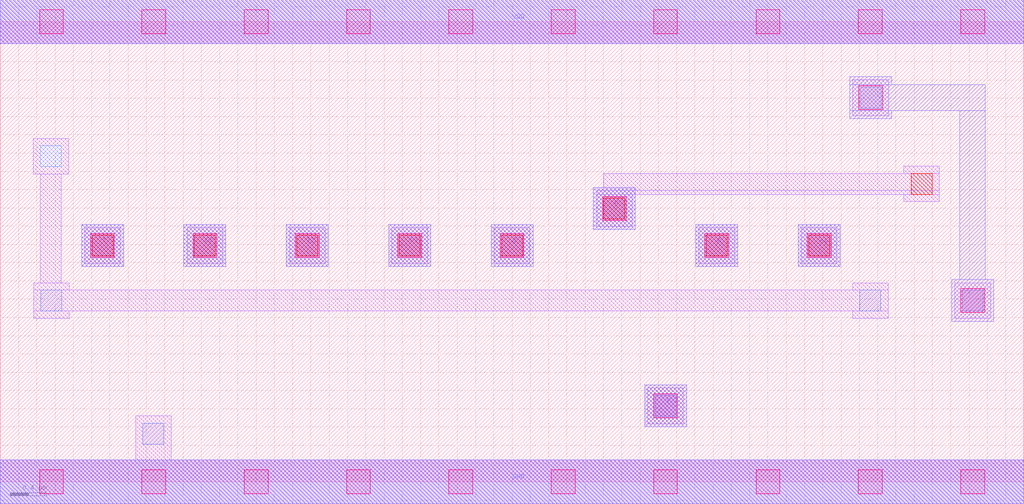
<source format=lef>
MACRO AOAAOI2114
 CLASS CORE ;
 FOREIGN AOAAOI2114 0 0 ;
 SIZE 11.200000000000001 BY 5.04 ;
 ORIGIN 0 0 ;
 SYMMETRY X Y R90 ;
 SITE unit ;
  PIN VDD
   DIRECTION INOUT ;
   USE POWER ;
   SHAPE ABUTMENT ;
    PORT
     CLASS CORE ;
       LAYER met1 ;
        RECT 0.00000000 4.80000000 11.20000000 5.28000000 ;
       LAYER met2 ;
        RECT 0.00000000 4.80000000 11.20000000 5.28000000 ;
    END
  END VDD

  PIN GND
   DIRECTION INOUT ;
   USE POWER ;
   SHAPE ABUTMENT ;
    PORT
     CLASS CORE ;
       LAYER met1 ;
        RECT 0.00000000 -0.24000000 11.20000000 0.24000000 ;
       LAYER met2 ;
        RECT 0.00000000 -0.24000000 11.20000000 0.24000000 ;
    END
  END GND

  PIN Y
   DIRECTION INOUT ;
   USE SIGNAL ;
   SHAPE ABUTMENT ;
    PORT
     CLASS CORE ;
       LAYER met2 ;
        RECT 7.05000000 0.60200000 7.51000000 1.06200000 ;
    END
  END Y

  PIN C
   DIRECTION INOUT ;
   USE SIGNAL ;
   SHAPE ABUTMENT ;
    PORT
     CLASS CORE ;
       LAYER met2 ;
        RECT 0.89000000 2.35700000 1.35000000 2.81700000 ;
    END
  END C

  PIN A1
   DIRECTION INOUT ;
   USE SIGNAL ;
   SHAPE ABUTMENT ;
    PORT
     CLASS CORE ;
       LAYER met2 ;
        RECT 8.73000000 2.35700000 9.19000000 2.81700000 ;
    END
  END A1

  PIN D
   DIRECTION INOUT ;
   USE SIGNAL ;
   SHAPE ABUTMENT ;
    PORT
     CLASS CORE ;
       LAYER met2 ;
        RECT 5.37000000 2.35700000 5.83000000 2.81700000 ;
    END
  END D

  PIN D2
   DIRECTION INOUT ;
   USE SIGNAL ;
   SHAPE ABUTMENT ;
    PORT
     CLASS CORE ;
       LAYER met2 ;
        RECT 3.13000000 2.35700000 3.59000000 2.81700000 ;
    END
  END D2

  PIN D1
   DIRECTION INOUT ;
   USE SIGNAL ;
   SHAPE ABUTMENT ;
    PORT
     CLASS CORE ;
       LAYER met2 ;
        RECT 4.25000000 2.35700000 4.71000000 2.81700000 ;
    END
  END D1

  PIN A
   DIRECTION INOUT ;
   USE SIGNAL ;
   SHAPE ABUTMENT ;
    PORT
     CLASS CORE ;
       LAYER met2 ;
        RECT 7.61000000 2.35700000 8.07000000 2.81700000 ;
    END
  END A

  PIN B
   DIRECTION INOUT ;
   USE SIGNAL ;
   SHAPE ABUTMENT ;
    PORT
     CLASS CORE ;
       LAYER met2 ;
        RECT 6.49000000 2.76200000 6.95000000 3.22200000 ;
    END
  END B

  PIN D3
   DIRECTION INOUT ;
   USE SIGNAL ;
   SHAPE ABUTMENT ;
    PORT
     CLASS CORE ;
       LAYER met2 ;
        RECT 2.01000000 2.35700000 2.47000000 2.81700000 ;
    END
  END D3

 OBS
    LAYER polycont ;
     RECT 1.00500000 2.47200000 1.23500000 2.70200000 ;
     RECT 2.12500000 2.47200000 2.35500000 2.70200000 ;
     RECT 3.24500000 2.47200000 3.47500000 2.70200000 ;
     RECT 4.36500000 2.47200000 4.59500000 2.70200000 ;
     RECT 5.48500000 2.47200000 5.71500000 2.70200000 ;
     RECT 7.72500000 2.47200000 7.95500000 2.70200000 ;
     RECT 8.84500000 2.47200000 9.07500000 2.70200000 ;
     RECT 6.60500000 2.87700000 6.83500000 3.10700000 ;
     RECT 9.96500000 3.14700000 10.19500000 3.37700000 ;

    LAYER pdiffc ;
     RECT 0.44000000 3.45000000 0.67000000 3.68000000 ;
     RECT 9.41000000 4.09200000 9.64000000 4.32200000 ;

    LAYER ndiffc ;
     RECT 1.56000000 0.41000000 1.79000000 0.64000000 ;
     RECT 7.16500000 0.71700000 7.39500000 0.94700000 ;
     RECT 0.44500000 1.87000000 0.67500000 2.10000000 ;
     RECT 9.40500000 1.87000000 9.63500000 2.10000000 ;
     RECT 10.52500000 1.87000000 10.75500000 2.10000000 ;

    LAYER met1 ;
     RECT 0.00000000 -0.24000000 11.20000000 0.24000000 ;
     RECT 1.48000000 0.24000000 1.87000000 0.72000000 ;
     RECT 7.08500000 0.63700000 7.47500000 1.02700000 ;
     RECT 10.44500000 1.79000000 10.83500000 2.18000000 ;
     RECT 0.92500000 2.39200000 1.31500000 2.78200000 ;
     RECT 2.04500000 2.39200000 2.43500000 2.78200000 ;
     RECT 3.16500000 2.39200000 3.55500000 2.78200000 ;
     RECT 4.28500000 2.39200000 4.67500000 2.78200000 ;
     RECT 5.40500000 2.39200000 5.79500000 2.78200000 ;
     RECT 7.64500000 2.39200000 8.03500000 2.78200000 ;
     RECT 8.76500000 2.39200000 9.15500000 2.78200000 ;
     RECT 6.52500000 2.79700000 6.91500000 3.14700000 ;
     RECT 9.88500000 3.06700000 10.27500000 3.14700000 ;
     RECT 6.52500000 3.14700000 10.27500000 3.18700000 ;
     RECT 6.60500000 3.18700000 10.27500000 3.37700000 ;
     RECT 9.88500000 3.37700000 10.27500000 3.45700000 ;
     RECT 0.36500000 1.79000000 0.75500000 1.87000000 ;
     RECT 9.32500000 1.79000000 9.71500000 1.87000000 ;
     RECT 0.36500000 1.87000000 9.71500000 2.10000000 ;
     RECT 0.36500000 2.10000000 0.75500000 2.18000000 ;
     RECT 9.32500000 2.10000000 9.71500000 2.18000000 ;
     RECT 0.44000000 2.18000000 0.67000000 3.37000000 ;
     RECT 0.36000000 3.37000000 0.75000000 3.76000000 ;
     RECT 9.33000000 4.01200000 9.72000000 4.40200000 ;
     RECT 0.00000000 4.80000000 11.20000000 5.28000000 ;

    LAYER via1 ;
     RECT 0.43000000 -0.13000000 0.69000000 0.13000000 ;
     RECT 1.55000000 -0.13000000 1.81000000 0.13000000 ;
     RECT 2.67000000 -0.13000000 2.93000000 0.13000000 ;
     RECT 3.79000000 -0.13000000 4.05000000 0.13000000 ;
     RECT 4.91000000 -0.13000000 5.17000000 0.13000000 ;
     RECT 6.03000000 -0.13000000 6.29000000 0.13000000 ;
     RECT 7.15000000 -0.13000000 7.41000000 0.13000000 ;
     RECT 8.27000000 -0.13000000 8.53000000 0.13000000 ;
     RECT 9.39000000 -0.13000000 9.65000000 0.13000000 ;
     RECT 10.51000000 -0.13000000 10.77000000 0.13000000 ;
     RECT 7.15000000 0.70200000 7.41000000 0.96200000 ;
     RECT 10.51000000 1.85500000 10.77000000 2.11500000 ;
     RECT 0.99000000 2.45700000 1.25000000 2.71700000 ;
     RECT 2.11000000 2.45700000 2.37000000 2.71700000 ;
     RECT 3.23000000 2.45700000 3.49000000 2.71700000 ;
     RECT 4.35000000 2.45700000 4.61000000 2.71700000 ;
     RECT 5.47000000 2.45700000 5.73000000 2.71700000 ;
     RECT 7.71000000 2.45700000 7.97000000 2.71700000 ;
     RECT 8.83000000 2.45700000 9.09000000 2.71700000 ;
     RECT 6.59000000 2.86200000 6.85000000 3.12200000 ;
     RECT 9.39500000 4.07700000 9.65500000 4.33700000 ;
     RECT 0.43000000 4.91000000 0.69000000 5.17000000 ;
     RECT 1.55000000 4.91000000 1.81000000 5.17000000 ;
     RECT 2.67000000 4.91000000 2.93000000 5.17000000 ;
     RECT 3.79000000 4.91000000 4.05000000 5.17000000 ;
     RECT 4.91000000 4.91000000 5.17000000 5.17000000 ;
     RECT 6.03000000 4.91000000 6.29000000 5.17000000 ;
     RECT 7.15000000 4.91000000 7.41000000 5.17000000 ;
     RECT 8.27000000 4.91000000 8.53000000 5.17000000 ;
     RECT 9.39000000 4.91000000 9.65000000 5.17000000 ;
     RECT 10.51000000 4.91000000 10.77000000 5.17000000 ;

    LAYER met2 ;
     RECT 0.00000000 -0.24000000 11.20000000 0.24000000 ;
     RECT 7.05000000 0.60200000 7.51000000 1.06200000 ;
     RECT 0.89000000 2.35700000 1.35000000 2.81700000 ;
     RECT 2.01000000 2.35700000 2.47000000 2.81700000 ;
     RECT 3.13000000 2.35700000 3.59000000 2.81700000 ;
     RECT 4.25000000 2.35700000 4.71000000 2.81700000 ;
     RECT 5.37000000 2.35700000 5.83000000 2.81700000 ;
     RECT 7.61000000 2.35700000 8.07000000 2.81700000 ;
     RECT 8.73000000 2.35700000 9.19000000 2.81700000 ;
     RECT 6.49000000 2.76200000 6.95000000 3.22200000 ;
     RECT 10.41000000 1.75500000 10.87000000 2.21500000 ;
     RECT 9.29500000 3.97700000 9.75500000 4.06700000 ;
     RECT 10.50000000 2.21500000 10.78000000 4.06700000 ;
     RECT 9.29500000 4.06700000 10.78000000 4.34700000 ;
     RECT 9.29500000 4.34700000 9.75500000 4.43700000 ;
     RECT 0.00000000 4.80000000 11.20000000 5.28000000 ;

 END
END AOAAOI2114

</source>
